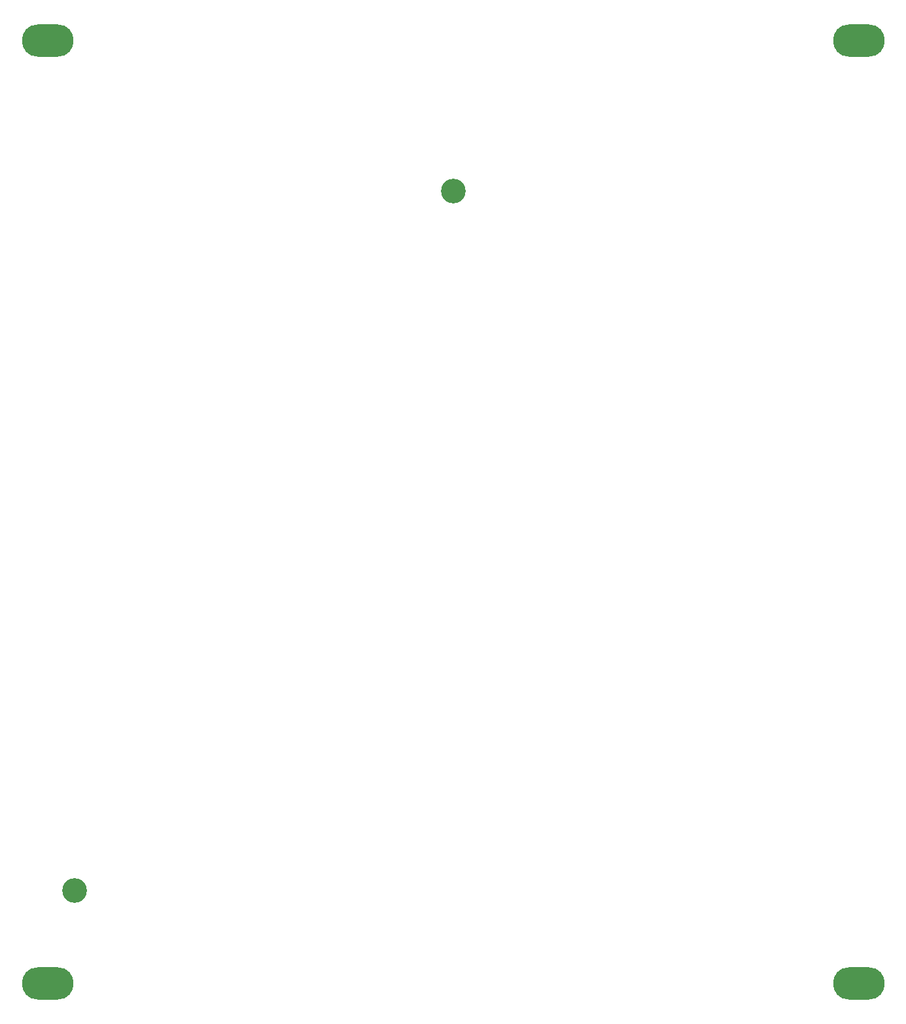
<source format=gbs>
G04 #@! TF.GenerationSoftware,KiCad,Pcbnew,(6.0.1)*
G04 #@! TF.CreationDate,2022-09-12T08:21:24+02:00*
G04 #@! TF.ProjectId,Drumbox,4472756d-626f-4782-9e6b-696361645f70,rev?*
G04 #@! TF.SameCoordinates,Original*
G04 #@! TF.FileFunction,Soldermask,Bot*
G04 #@! TF.FilePolarity,Negative*
%FSLAX46Y46*%
G04 Gerber Fmt 4.6, Leading zero omitted, Abs format (unit mm)*
G04 Created by KiCad (PCBNEW (6.0.1)) date 2022-09-12 08:21:24*
%MOMM*%
%LPD*%
G01*
G04 APERTURE LIST*
%ADD10O,6.700000X4.200000*%
%ADD11C,3.200000*%
G04 APERTURE END LIST*
D10*
X67250000Y-30500000D03*
X172250000Y-30500000D03*
X67250000Y-152500000D03*
D11*
X70750000Y-140500000D03*
D10*
X172250000Y-152500000D03*
D11*
X119750000Y-50000000D03*
M02*

</source>
